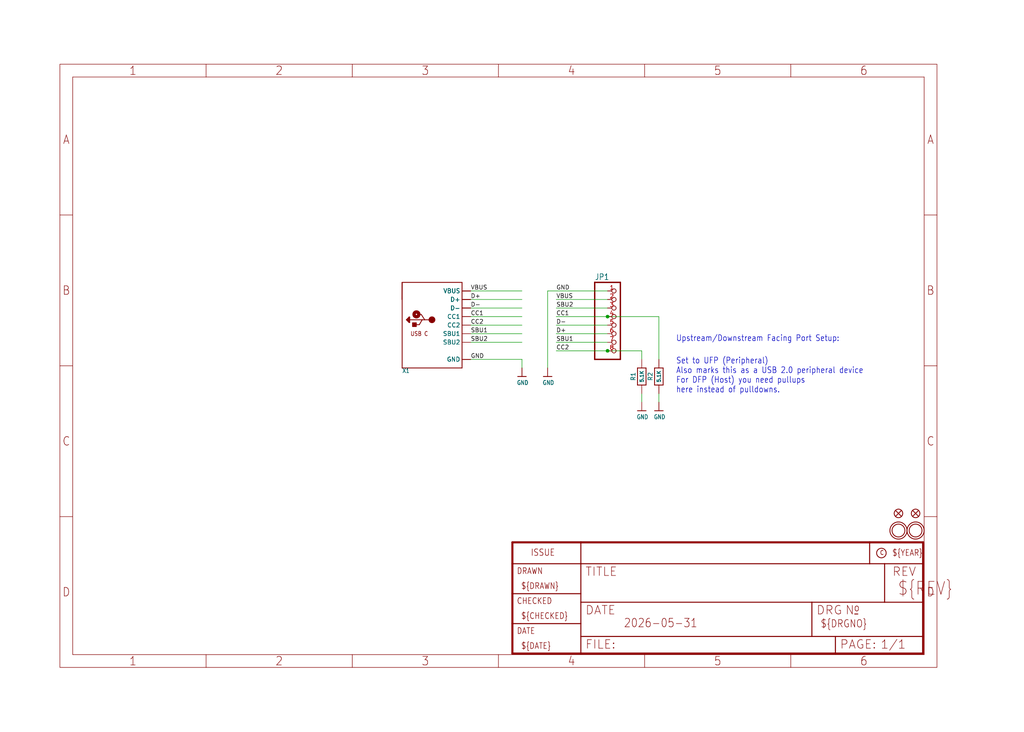
<source format=kicad_sch>
(kicad_sch (version 20230121) (generator eeschema)
  (paper "User" 303.962 217.322)
  (lib_symbols
    (symbol "working-eagle-import:FIDUCIAL_1MM"
      (symbol "FIDUCIAL_1MM_1_0"
        (polyline (pts (xy -0.762 0.762) (xy 0.762 -0.762)) (stroke (width 0.254)))
        (polyline (pts (xy 0.762 0.762) (xy -0.762 -0.762)) (stroke (width 0.254)))
        (circle (center 0 0) (radius 1.27) (stroke (width 0.254)))
      )
    )
    (symbol "working-eagle-import:FRAME_A4"
      (symbol "FRAME_A4_1_0"
        (polyline (pts (xy 0 44.7675) (xy 3.81 44.7675)))
        (polyline (pts (xy 0 89.535) (xy 3.81 89.535)))
        (polyline (pts (xy 0 134.3025) (xy 3.81 134.3025)))
        (polyline (pts (xy 3.81 3.81) (xy 3.81 175.26)))
        (polyline (pts (xy 43.3917 0) (xy 43.3917 3.81)))
        (polyline (pts (xy 43.3917 175.26) (xy 43.3917 179.07)))
        (polyline (pts (xy 86.7833 0) (xy 86.7833 3.81)))
        (polyline (pts (xy 86.7833 175.26) (xy 86.7833 179.07)))
        (polyline (pts (xy 130.175 0) (xy 130.175 3.81)))
        (polyline (pts (xy 130.175 175.26) (xy 130.175 179.07)))
        (polyline (pts (xy 173.5667 0) (xy 173.5667 3.81)))
        (polyline (pts (xy 173.5667 175.26) (xy 173.5667 179.07)))
        (polyline (pts (xy 216.9583 0) (xy 216.9583 3.81)))
        (polyline (pts (xy 216.9583 175.26) (xy 216.9583 179.07)))
        (polyline (pts (xy 256.54 3.81) (xy 3.81 3.81)))
        (polyline (pts (xy 256.54 3.81) (xy 256.54 8.89)) (stroke (width 0.1016)))
        (polyline (pts (xy 256.54 3.81) (xy 256.54 175.26)))
        (polyline (pts (xy 256.54 8.89) (xy 256.54 13.97)) (stroke (width 0.1016)))
        (polyline (pts (xy 256.54 13.97) (xy 256.54 19.05)) (stroke (width 0.1016)))
        (polyline (pts (xy 256.54 19.05) (xy 256.54 36.83)) (stroke (width 0.1016)))
        (polyline (pts (xy 256.54 44.7675) (xy 260.35 44.7675)))
        (polyline (pts (xy 256.54 89.535) (xy 260.35 89.535)))
        (polyline (pts (xy 256.54 134.3025) (xy 260.35 134.3025)))
        (polyline (pts (xy 256.54 175.26) (xy 3.81 175.26)))
        (polyline (pts (xy 0 0) (xy 260.35 0) (xy 260.35 179.07) (xy 0 179.07) (xy 0 0)))
        (text "1" (at 21.6958 1.905 0) (effects (font (size 2.54 2.286))))
        (text "1" (at 21.6958 177.165 0) (effects (font (size 2.54 2.286))))
        (text "2" (at 65.0875 1.905 0) (effects (font (size 2.54 2.286))))
        (text "2" (at 65.0875 177.165 0) (effects (font (size 2.54 2.286))))
        (text "3" (at 108.4792 1.905 0) (effects (font (size 2.54 2.286))))
        (text "3" (at 108.4792 177.165 0) (effects (font (size 2.54 2.286))))
        (text "4" (at 151.8708 1.905 0) (effects (font (size 2.54 2.286))))
        (text "4" (at 151.8708 177.165 0) (effects (font (size 2.54 2.286))))
        (text "5" (at 195.2625 1.905 0) (effects (font (size 2.54 2.286))))
        (text "5" (at 195.2625 177.165 0) (effects (font (size 2.54 2.286))))
        (text "6" (at 238.6542 1.905 0) (effects (font (size 2.54 2.286))))
        (text "6" (at 238.6542 177.165 0) (effects (font (size 2.54 2.286))))
        (text "A" (at 1.905 156.6863 0) (effects (font (size 2.54 2.286))))
        (text "A" (at 258.445 156.6863 0) (effects (font (size 2.54 2.286))))
        (text "B" (at 1.905 111.9188 0) (effects (font (size 2.54 2.286))))
        (text "B" (at 258.445 111.9188 0) (effects (font (size 2.54 2.286))))
        (text "C" (at 1.905 67.1513 0) (effects (font (size 2.54 2.286))))
        (text "C" (at 258.445 67.1513 0) (effects (font (size 2.54 2.286))))
        (text "D" (at 1.905 22.3838 0) (effects (font (size 2.54 2.286))))
        (text "D" (at 258.445 22.3838 0) (effects (font (size 2.54 2.286))))
      )
      (symbol "FRAME_A4_2_0"
        (polyline (pts (xy -0.3048 1.5748) (xy 20.0152 1.5748)) (stroke (width 0.6096)))
        (polyline (pts (xy -0.3048 10.4648) (xy -0.3048 1.5748)) (stroke (width 0.6096)))
        (polyline (pts (xy -0.3048 10.4648) (xy 20.0152 10.4648)) (stroke (width 0.3048)))
        (polyline (pts (xy -0.3048 19.3548) (xy -0.3048 10.4648)) (stroke (width 0.6096)))
        (polyline (pts (xy -0.3048 19.3548) (xy 20.0152 19.3548)) (stroke (width 0.3048)))
        (polyline (pts (xy -0.3048 28.2448) (xy -0.3048 19.3548)) (stroke (width 0.6096)))
        (polyline (pts (xy -0.3048 28.2448) (xy 20.0152 28.2448)) (stroke (width 0.3048)))
        (polyline (pts (xy -0.3048 34.5948) (xy -0.3048 28.2448)) (stroke (width 0.6096)))
        (polyline (pts (xy 20.0152 1.5748) (xy 20.0152 6.6548)) (stroke (width 0.3048)))
        (polyline (pts (xy 20.0152 1.5748) (xy 95.5802 1.5748)) (stroke (width 0.6096)))
        (polyline (pts (xy 20.0152 6.6548) (xy 20.0152 10.4648)) (stroke (width 0.3048)))
        (polyline (pts (xy 20.0152 6.6548) (xy 88.5952 6.6548)) (stroke (width 0.3048)))
        (polyline (pts (xy 20.0152 10.4648) (xy 20.0152 16.8148)) (stroke (width 0.3048)))
        (polyline (pts (xy 20.0152 16.8148) (xy 20.0152 19.3548)) (stroke (width 0.3048)))
        (polyline (pts (xy 20.0152 19.3548) (xy 20.0152 28.2448)) (stroke (width 0.3048)))
        (polyline (pts (xy 20.0152 28.2448) (xy 20.0152 34.5948)) (stroke (width 0.3048)))
        (polyline (pts (xy 20.0152 28.2448) (xy 105.7402 28.2448)) (stroke (width 0.3048)))
        (polyline (pts (xy 20.0152 34.5948) (xy -0.3048 34.5948)) (stroke (width 0.6096)))
        (polyline (pts (xy 88.5952 6.6548) (xy 95.5802 6.6548)) (stroke (width 0.3048)))
        (polyline (pts (xy 88.5952 16.8148) (xy 20.0152 16.8148)) (stroke (width 0.3048)))
        (polyline (pts (xy 88.5952 16.8148) (xy 88.5952 6.6548)) (stroke (width 0.3048)))
        (polyline (pts (xy 95.5802 1.5748) (xy 121.6152 1.5748)) (stroke (width 0.6096)))
        (polyline (pts (xy 95.5802 6.6548) (xy 95.5802 1.5748)) (stroke (width 0.3048)))
        (polyline (pts (xy 95.5802 6.6548) (xy 121.6152 6.6548)) (stroke (width 0.3048)))
        (polyline (pts (xy 101.2952 13.3223) (xy 102.2477 13.3223)) (stroke (width 0.254)))
        (polyline (pts (xy 105.7402 28.2448) (xy 105.7402 34.5948)) (stroke (width 0.3048)))
        (polyline (pts (xy 105.7402 28.2448) (xy 110.1852 28.2448)) (stroke (width 0.3048)))
        (polyline (pts (xy 105.7402 34.5948) (xy 20.0152 34.5948)) (stroke (width 0.6096)))
        (polyline (pts (xy 110.1852 16.8148) (xy 88.5952 16.8148)) (stroke (width 0.3048)))
        (polyline (pts (xy 110.1852 28.2448) (xy 110.1852 16.8148)) (stroke (width 0.3048)))
        (polyline (pts (xy 110.1852 28.2448) (xy 121.6152 28.2448)) (stroke (width 0.3048)))
        (polyline (pts (xy 121.6152 6.6548) (xy 121.6152 1.5748)) (stroke (width 0.6096)))
        (polyline (pts (xy 121.6152 16.8148) (xy 110.1852 16.8148)) (stroke (width 0.3048)))
        (polyline (pts (xy 121.6152 16.8148) (xy 121.6152 6.6548)) (stroke (width 0.6096)))
        (polyline (pts (xy 121.6152 28.2448) (xy 121.6152 16.8148)) (stroke (width 0.6096)))
        (polyline (pts (xy 121.6152 34.5948) (xy 105.7402 34.5948)) (stroke (width 0.6096)))
        (polyline (pts (xy 121.6152 34.5948) (xy 121.6152 28.2448)) (stroke (width 0.6096)))
        (circle (center 109.2327 31.4198) (radius 1.4199) (stroke (width 0.254)))
        (text "${#}/${##}" (at 108.9152 2.8448 0) (effects (font (size 2.54 2.54)) (justify left bottom)))
        (text "${CHECKED}" (at 2.2352 11.7348 0) (effects (font (size 1.778 1.5113)) (justify left bottom)))
        (text "${COMPANY}" (at 23.349 29.6735 0) (effects (font (size 3.175 2.6987) (thickness 0.5397) bold) (justify left bottom)))
        (text "${CURRENT_DATE}" (at 32.7152 9.1948 0) (effects (font (size 2.54 2.159)) (justify left bottom)))
        (text "${DATE}" (at 2.2352 2.8448 0) (effects (font (size 1.778 1.5113)) (justify left bottom)))
        (text "${DRAWN}" (at 2.2352 20.6248 0) (effects (font (size 1.778 1.5113)) (justify left bottom)))
        (text "${DRGNO}" (at 91.1352 9.1948 0) (effects (font (size 2.1844 1.8567)) (justify left bottom)))
        (text "${PROJECTNAME}" (at 33.0327 2.8448 0) (effects (font (size 2.54 2.159)) (justify left bottom)))
        (text "${REV}" (at 113.9952 18.7198 0) (effects (font (size 3.81 3.2385)) (justify left bottom)))
        (text "${YEAR}" (at 112.4077 30.4673 0) (effects (font (size 1.778 1.5113)) (justify left bottom)))
        (text "C" (at 108.7564 30.7848 0) (effects (font (size 1.27 1.0795)) (justify left bottom)))
        (text "CHECKED" (at 0.9652 16.1798 0) (effects (font (size 1.778 1.5113)) (justify left bottom)))
        (text "DATE" (at 0.9652 7.2898 0) (effects (font (size 1.778 1.5113)) (justify left bottom)))
        (text "DATE" (at 21.2852 13.0048 0) (effects (font (size 2.54 2.54)) (justify left bottom)))
        (text "DRAWN" (at 0.9652 25.0698 0) (effects (font (size 1.778 1.5113)) (justify left bottom)))
        (text "DRG" (at 89.8652 13.0048 0) (effects (font (size 2.54 2.54)) (justify left bottom)))
        (text "FILE:" (at 21.2852 2.8448 0) (effects (font (size 2.54 2.54)) (justify left bottom)))
        (text "ISSUE" (at 5.0927 30.4673 0) (effects (font (size 1.9304 1.6408)) (justify left bottom)))
        (text "N" (at 98.4377 13.0048 0) (effects (font (size 2.54 2.54)) (justify left bottom)))
        (text "o" (at 100.9777 13.9573 0) (effects (font (size 2.1844 1.8567)) (justify left bottom)))
        (text "PAGE:" (at 96.8502 2.8448 0) (effects (font (size 2.54 2.54)) (justify left bottom)))
        (text "REV" (at 112.4077 24.4348 0) (effects (font (size 2.54 2.54)) (justify left bottom)))
        (text "TITLE" (at 21.2852 24.4348 0) (effects (font (size 2.54 2.54)) (justify left bottom)))
      )
    )
    (symbol "working-eagle-import:GND" (power)
      (property "Value" "GND" (at -1.524 -2.54 0))
      (symbol "GND_1_0"
        (polyline (pts (xy -1.27 0) (xy 1.27 0)) (stroke (width 0.254)))
        (pin power_in line (at 0 2.54 270) (length 2.54) (name "GND") (number "1"))
      )
    )
    (symbol "working-eagle-import:HEADER-1X876MIL"
      (property "Reference" "JP" (at -6.35 13.335 0))
      (symbol "HEADER-1X876MIL_1_0"
        (polyline (pts (xy -6.35 -10.16) (xy 1.27 -10.16)) (stroke (width 0.4064)))
        (polyline (pts (xy -6.35 12.7) (xy -6.35 -10.16)) (stroke (width 0.4064)))
        (polyline (pts (xy 1.27 -10.16) (xy 1.27 12.7)) (stroke (width 0.4064)))
        (polyline (pts (xy 1.27 12.7) (xy -6.35 12.7)) (stroke (width 0.4064)))
        (pin passive inverted (at -2.54 10.16 0) (length 2.54) (name "1") (number "1"))
        (pin passive inverted (at -2.54 7.62 0) (length 2.54) (name "2") (number "2"))
        (pin passive inverted (at -2.54 5.08 0) (length 2.54) (name "3") (number "3"))
        (pin passive inverted (at -2.54 2.54 0) (length 2.54) (name "4") (number "4"))
        (pin passive inverted (at -2.54 0 0) (length 2.54) (name "5") (number "5"))
        (pin passive inverted (at -2.54 -2.54 0) (length 2.54) (name "6") (number "6"))
        (pin passive inverted (at -2.54 -5.08 0) (length 2.54) (name "7") (number "7"))
        (pin passive inverted (at -2.54 -7.62 0) (length 2.54) (name "8") (number "8"))
      )
    )
    (symbol "working-eagle-import:MOUNTINGHOLE2.5"
      (symbol "MOUNTINGHOLE2.5_1_0"
        (circle (center 0 0) (radius 1.905) (stroke (width 0.254)))
        (circle (center 0 0) (radius 2.54) (stroke (width 0.254)))
      )
    )
    (symbol "working-eagle-import:RESISTOR_0603_NOOUT"
      (property "Reference" "R" (at 0 2.54 0))
      (symbol "RESISTOR_0603_NOOUT_1_0"
        (polyline (pts (xy -2.54 -1.27) (xy -2.54 1.27)) (stroke (width 0.254)))
        (polyline (pts (xy -2.54 1.27) (xy 2.54 1.27)) (stroke (width 0.254)))
        (polyline (pts (xy 2.54 -1.27) (xy -2.54 -1.27)) (stroke (width 0.254)))
        (polyline (pts (xy 2.54 1.27) (xy 2.54 -1.27)) (stroke (width 0.254)))
        (pin passive line (at -5.08 0 0) (length 2.54) (name "1") (number "1"))
        (pin passive line (at 5.08 0 180) (length 2.54) (name "2") (number "2"))
      )
    )
    (symbol "working-eagle-import:USB_C"
      (property "Reference" "X" (at -10.16 13.716 0))
      (symbol "USB_C_1_0"
        (rectangle (start -7.12 -0.45) (end -5.92 0.75) (fill (type outline)))
        (circle (center -5.92 3.2) (radius 0.2) (stroke (width 1)))
        (circle (center -1.32 1.6) (radius 0.5) (stroke (width 1)))
        (polyline (pts (xy -10.2 7.62) (xy -10.16 12.7)) (stroke (width 0.254)))
        (polyline (pts (xy -10.16 -12.7) (xy 7.62 -12.7)) (stroke (width 0.254)))
        (polyline (pts (xy -10.16 12.7) (xy -10.16 -12.7)) (stroke (width 0.254)))
        (polyline (pts (xy -10.16 12.7) (xy 7.62 12.7)) (stroke (width 0.254)))
        (polyline (pts (xy -8.92 1.6) (xy -8.12 2.4)) (stroke (width 0.254)))
        (polyline (pts (xy -8.52 1.4) (xy -8.32 1.2)) (stroke (width 0.254)))
        (polyline (pts (xy -8.52 1.6) (xy -8.52 1.4)) (stroke (width 0.254)))
        (polyline (pts (xy -8.32 1.2) (xy -8.32 2)) (stroke (width 0.254)))
        (polyline (pts (xy -8.32 2) (xy -8.72 1.6)) (stroke (width 0.254)))
        (polyline (pts (xy -8.12 0.8) (xy -8.92 1.6)) (stroke (width 0.254)))
        (polyline (pts (xy -8.12 1) (xy -8.12 2.4)) (stroke (width 0.254)))
        (polyline (pts (xy -8.12 2.4) (xy -7.92 2.4)) (stroke (width 0.254)))
        (polyline (pts (xy -7.92 0.8) (xy -8.12 0.8)) (stroke (width 0.254)))
        (polyline (pts (xy -7.92 1.6) (xy -7.92 0.8)) (stroke (width 0.254)))
        (polyline (pts (xy -7.92 2.4) (xy -7.92 1.6)) (stroke (width 0.254)))
        (polyline (pts (xy -6.27 0.15) (xy -5.07 0.15)) (stroke (width 0.254)))
        (polyline (pts (xy -5.52 3.2) (xy -4.52 3.2)) (stroke (width 0.254)))
        (polyline (pts (xy -5.07 0.15) (xy -4.22 1.6)) (stroke (width 0.254)))
        (polyline (pts (xy -4.52 3.2) (xy -3.47 1.6)) (stroke (width 0.254)))
        (polyline (pts (xy -4.22 1.6) (xy -7.92 1.6)) (stroke (width 0.254)))
        (polyline (pts (xy -3.47 1.6) (xy -4.22 1.6)) (stroke (width 0.254)))
        (polyline (pts (xy -1.32 1.6) (xy -3.47 1.6)) (stroke (width 0.254)))
        (polyline (pts (xy 7.62 12.7) (xy 7.62 -12.7)) (stroke (width 0.254)))
        (text "USB C" (at -5.08 -2.54 0) (effects (font (size 1.27 1.0795))))
        (pin power_in line (at 10.16 -10.16 180) (length 2.54) (name "GND") (number "A1B12"))
        (pin power_in line (at 10.16 10.16 180) (length 2.54) (name "VBUS") (number "A4B9"))
        (pin bidirectional line (at 10.16 2.54 180) (length 2.54) (name "CC1") (number "A5"))
        (pin bidirectional line (at 10.16 7.62 180) (length 2.54) (name "D+") (number "A6"))
        (pin bidirectional line (at 10.16 5.08 180) (length 2.54) (name "D-") (number "A7"))
        (pin bidirectional line (at 10.16 -2.54 180) (length 2.54) (name "SBU1") (number "A8"))
        (pin power_in line (at 10.16 -10.16 180) (length 2.54) (name "GND") (number "B1A12"))
        (pin power_in line (at 10.16 10.16 180) (length 2.54) (name "VBUS") (number "B4A9"))
        (pin bidirectional line (at 10.16 0 180) (length 2.54) (name "CC2") (number "B5"))
        (pin bidirectional line (at 10.16 7.62 180) (length 2.54) (name "D+") (number "B6"))
        (pin bidirectional line (at 10.16 5.08 180) (length 2.54) (name "D-") (number "B7"))
        (pin bidirectional line (at 10.16 -5.08 180) (length 2.54) (name "SBU2") (number "B8"))
      )
    )
  )
  (junction (at 180.34 104.14))
  (junction (at 180.34 93.98))
  (wire (pts (xy 190.5 116.84) (xy 190.5 119.38)) (stroke (width 0.1524)))
  (wire (pts (xy 162.56 86.36) (xy 162.56 109.22)) (stroke (width 0.1524)))
  (wire (pts (xy 139.7 99.06) (xy 154.94 99.06)) (stroke (width 0.1524)))
  (wire (pts (xy 195.58 119.38) (xy 195.58 116.84)) (stroke (width 0.1524)))
  (wire (pts (xy 139.7 101.6) (xy 154.94 101.6)) (stroke (width 0.1524)))
  (wire (pts (xy 165.1 99.06) (xy 180.34 99.06)) (stroke (width 0.1524)))
  (wire (pts (xy 154.94 106.68) (xy 154.94 109.22)) (stroke (width 0.1524)))
  (wire (pts (xy 139.7 96.52) (xy 154.94 96.52)) (stroke (width 0.1524)))
  (wire (pts (xy 139.7 88.9) (xy 154.94 88.9)) (stroke (width 0.1524)))
  (wire (pts (xy 165.1 104.14) (xy 180.34 104.14)) (stroke (width 0.1524)))
  (wire (pts (xy 154.94 106.68) (xy 139.7 106.68)) (stroke (width 0.1524)))
  (wire (pts (xy 165.1 101.6) (xy 180.34 101.6)) (stroke (width 0.1524)))
  (wire (pts (xy 195.58 93.98) (xy 195.58 106.68)) (stroke (width 0.1524)))
  (wire (pts (xy 165.1 91.44) (xy 180.34 91.44)) (stroke (width 0.1524)))
  (wire (pts (xy 180.34 93.98) (xy 195.58 93.98)) (stroke (width 0.1524)))
  (wire (pts (xy 190.5 104.14) (xy 190.5 106.68)) (stroke (width 0.1524)))
  (wire (pts (xy 139.7 91.44) (xy 154.94 91.44)) (stroke (width 0.1524)))
  (wire (pts (xy 165.1 96.52) (xy 180.34 96.52)) (stroke (width 0.1524)))
  (wire (pts (xy 154.94 86.36) (xy 139.7 86.36)) (stroke (width 0.1524)))
  (wire (pts (xy 165.1 93.98) (xy 180.34 93.98)) (stroke (width 0.1524)))
  (wire (pts (xy 180.34 88.9) (xy 165.1 88.9)) (stroke (width 0.1524)))
  (wire (pts (xy 180.34 86.36) (xy 162.56 86.36)) (stroke (width 0.1524)))
  (wire (pts (xy 180.34 104.14) (xy 190.5 104.14)) (stroke (width 0.1524)))
  (wire (pts (xy 139.7 93.98) (xy 154.94 93.98)) (stroke (width 0.1524)))
  (text "Set to UFP (Peripheral)\nAlso marks this as a USB 2.0 peripheral device\nFor DFP (Host) you need pullups\nhere instead of pulldowns." (at 200.66 116.84 0) (effects (font (size 1.778 1.5113)) (justify left bottom)))
  (text "Upstream/Downstream Facing Port Setup:" (at 200.66 101.6 0) (effects (font (size 1.778 1.5113)) (justify left bottom)))
  (label "D+" (at 139.7 88.9 0) (effects (font (size 1.2446 1.2446))))
  (label "VBUS" (at 165.1 88.9 0) (effects (font (size 1.2446 1.2446))))
  (label "SBU2" (at 165.1 91.44 0) (effects (font (size 1.2446 1.2446))))
  (label "SBU2" (at 139.7 101.6 0) (effects (font (size 1.2446 1.2446))))
  (label "GND" (at 139.7 106.68 0) (effects (font (size 1.2446 1.2446))))
  (label "GND" (at 165.1 86.36 0) (effects (font (size 1.2446 1.2446))))
  (label "D+" (at 165.1 99.06 0) (effects (font (size 1.2446 1.2446))))
  (label "CC2" (at 165.1 104.14 0) (effects (font (size 1.2446 1.2446))))
  (label "CC2" (at 139.7 96.52 0) (effects (font (size 1.2446 1.2446))))
  (label "VBUS" (at 139.7 86.36 0) (effects (font (size 1.2446 1.2446))))
  (label "D-" (at 165.1 96.52 0) (effects (font (size 1.2446 1.2446))))
  (label "SBU1" (at 165.1 101.6 0) (effects (font (size 1.2446 1.2446))))
  (label "CC1" (at 139.7 93.98 0) (effects (font (size 1.2446 1.2446))))
  (label "SBU1" (at 139.7 99.06 0) (effects (font (size 1.2446 1.2446))))
  (label "CC1" (at 165.1 93.98 0) (effects (font (size 1.2446 1.2446))))
  (label "D-" (at 139.7 91.44 0) (effects (font (size 1.2446 1.2446))))
  (symbol (lib_id "working-eagle-import:RESISTOR_0603_NOOUT") (at 190.5 111.76 90) (unit 1)
    (property "Reference" "R1" (at 187.96 111.76 0))
    (property "Value" "5.1K" (at 190.5 111.76 0) (effects (font (size 1.016 1.016) bold)))
    (property "Footprint" "working:0603-NO" (effects hide))
  )
  (symbol (lib_id "working-eagle-import:GND") (at 162.56 111.76 0) (unit 1)
    (property "Reference" "#U$7" (effects hide))
    (property "Value" "GND" (at 161.036 114.3 0) (effects (font (size 1.27 1.0795)) (justify left bottom)))
  )
  (symbol (lib_id "working-eagle-import:GND") (at 195.58 121.92 0) (unit 1)
    (property "Reference" "#U$5" (effects hide))
    (property "Value" "GND" (at 194.056 124.46 0) (effects (font (size 1.27 1.0795)) (justify left bottom)))
  )
  (symbol (lib_id "working-eagle-import:FRAME_A4") (at 17.78 198.12 0) (unit 1)
    (property "Reference" "#FRAME1" (effects hide))
    (property "Value" "FRAME_A4" (effects hide))
  )
  (symbol (lib_id "working-eagle-import:USB_C") (at 129.54 96.52 0) (unit 1)
    (property "Reference" "X1" (at 119.38 110.744 0) (effects (font (size 1.27 1.0795)) (justify left bottom)))
    (property "Value" "USB_C" (effects hide))
    (property "Footprint" "working:USB_C_CUSB31-CFM2AX-01-X" (effects hide))
  )
  (symbol (lib_id "working-eagle-import:MOUNTINGHOLE2.5") (at 266.7 157.48 0) (unit 1)
    (property "Reference" "U$2" (effects hide))
    (property "Value" "MOUNTINGHOLE2.5" (effects hide))
    (property "Footprint" "working:MOUNTINGHOLE_2.5_PLATED" (effects hide))
  )
  (symbol (lib_id "working-eagle-import:GND") (at 154.94 111.76 0) (unit 1)
    (property "Reference" "#U$6" (effects hide))
    (property "Value" "GND" (at 153.416 114.3 0) (effects (font (size 1.27 1.0795)) (justify left bottom)))
  )
  (symbol (lib_id "working-eagle-import:FIDUCIAL_1MM") (at 271.78 152.4 0) (unit 1)
    (property "Reference" "FID1" (effects hide))
    (property "Value" "FIDUCIAL_1MM" (effects hide))
    (property "Footprint" "working:FIDUCIAL_1MM" (effects hide))
  )
  (symbol (lib_id "working-eagle-import:RESISTOR_0603_NOOUT") (at 195.58 111.76 90) (unit 1)
    (property "Reference" "R2" (at 193.04 111.76 0))
    (property "Value" "5.1K" (at 195.58 111.76 0) (effects (font (size 1.016 1.016) bold)))
    (property "Footprint" "working:0603-NO" (effects hide))
  )
  (symbol (lib_id "working-eagle-import:HEADER-1X876MIL") (at 182.88 96.52 0) (unit 1)
    (property "Reference" "JP1" (at 176.53 83.185 0) (effects (font (size 1.778 1.5113)) (justify left bottom)))
    (property "Value" "HEADER-1X876MIL" (effects hide))
    (property "Footprint" "working:1X08_ROUND_76" (effects hide))
  )
  (symbol (lib_id "working-eagle-import:FRAME_A4") (at 152.4 195.58 0) (unit 2)
    (property "Reference" "#FRAME1" (effects hide))
    (property "Value" "FRAME_A4" (effects hide))
  )
  (symbol (lib_id "working-eagle-import:GND") (at 190.5 121.92 0) (unit 1)
    (property "Reference" "#U$4" (effects hide))
    (property "Value" "GND" (at 188.976 124.46 0) (effects (font (size 1.27 1.0795)) (justify left bottom)))
  )
  (symbol (lib_id "working-eagle-import:MOUNTINGHOLE2.5") (at 271.78 157.48 0) (unit 1)
    (property "Reference" "U$1" (effects hide))
    (property "Value" "MOUNTINGHOLE2.5" (effects hide))
    (property "Footprint" "working:MOUNTINGHOLE_2.5_PLATED" (effects hide))
  )
  (symbol (lib_id "working-eagle-import:FIDUCIAL_1MM") (at 266.7 152.4 0) (unit 1)
    (property "Reference" "FID2" (effects hide))
    (property "Value" "FIDUCIAL_1MM" (effects hide))
    (property "Footprint" "working:FIDUCIAL_1MM" (effects hide))
  )
)
</source>
